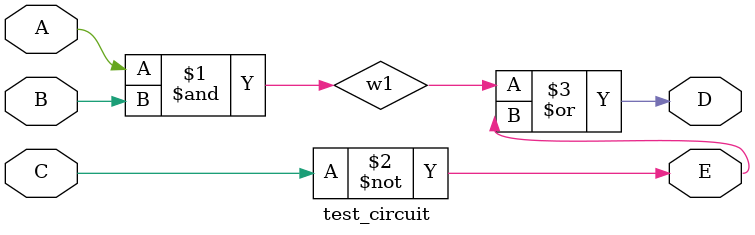
<source format=v>
module test_circuit (
    input A,
    input B,
    input C,
    output D,
    output E );

    wire w1;

    assign w1 = A & B;
    assign E = ~C;
    assign D = w1 | E;

    

endmodule
</source>
